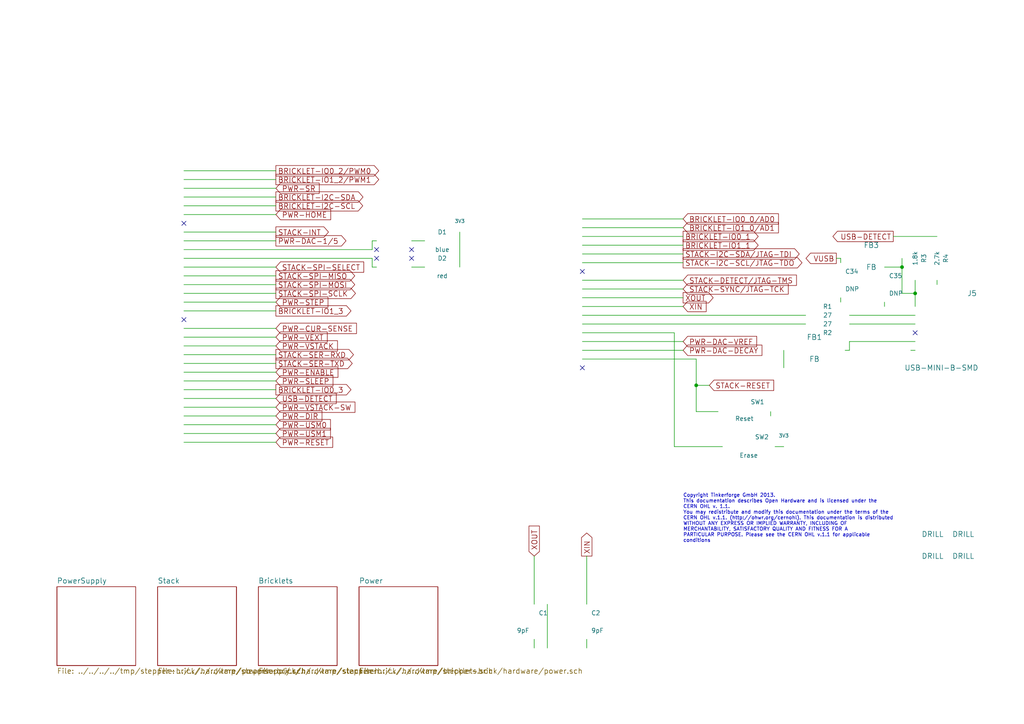
<source format=kicad_sch>
(kicad_sch (version 20230121) (generator eeschema)
  (paper "A4")
  (title_block (title "Stepper Brick") (date "5 jul 2013") (rev "1.2") (company "Tinkerforge GmbH") (comment 1 "Licensed under CERN OHL v.1.1") (comment 2 "Copyright (©) 2013, B.Nordmeyer <bastian@tinkerforge.com>"))
  (lib_symbols)
  (junction (at 265.43 85.09))
  (junction (at 261.62 77.47))
  (junction (at 201.93 111.76))
  (no_connect (at 53.34 64.77))
  (no_connect (at 168.91 106.68))
  (no_connect (at 53.34 92.71))
  (no_connect (at 119.38 72.39))
  (no_connect (at 109.22 74.93))
  (no_connect (at 265.43 96.52))
  (no_connect (at 119.38 74.93))
  (no_connect (at 109.22 72.39))
  (no_connect (at 168.91 78.74))
  (wire (pts (xy 53.34 87.63) (xy 80.01 87.63)))
  (wire (pts (xy 261.62 77.47) (xy 261.62 74.93)))
  (wire (pts (xy 107.95 74.93) (xy 107.95 77.47)))
  (wire (pts (xy 170.18 187.96) (xy 170.18 185.42)))
  (wire (pts (xy 154.94 187.96) (xy 154.94 185.42)))
  (wire (pts (xy 195.58 96.52) (xy 195.58 129.54)))
  (wire (pts (xy 168.91 86.36) (xy 198.12 86.36)))
  (wire (pts (xy 53.34 95.25) (xy 80.01 95.25)))
  (wire (pts (xy 168.91 76.2) (xy 198.12 76.2)))
  (wire (pts (xy 53.34 125.73) (xy 80.01 125.73)))
  (wire (pts (xy 53.34 115.57) (xy 80.01 115.57)))
  (wire (pts (xy 80.01 69.85) (xy 53.34 69.85)))
  (wire (pts (xy 53.34 90.17) (xy 80.01 90.17)))
  (wire (pts (xy 198.12 83.82) (xy 168.91 83.82)))
  (wire (pts (xy 168.91 96.52) (xy 195.58 96.52)))
  (wire (pts (xy 168.91 63.5) (xy 198.12 63.5)))
  (wire (pts (xy 168.91 88.9) (xy 198.12 88.9)))
  (wire (pts (xy 154.94 161.29) (xy 154.94 175.26)))
  (wire (pts (xy 53.34 97.79) (xy 80.01 97.79)))
  (wire (pts (xy 53.34 123.19) (xy 80.01 123.19)))
  (wire (pts (xy 53.34 107.95) (xy 80.01 107.95)))
  (wire (pts (xy 208.28 119.38) (xy 201.93 119.38)))
  (wire (pts (xy 223.52 120.65) (xy 223.52 119.38)))
  (wire (pts (xy 261.62 77.47) (xy 256.54 77.47)))
  (wire (pts (xy 198.12 81.28) (xy 168.91 81.28)))
  (wire (pts (xy 53.34 80.01) (xy 80.01 80.01)))
  (wire (pts (xy 158.75 187.96) (xy 158.75 175.26)))
  (wire (pts (xy 168.91 101.6) (xy 198.12 101.6)))
  (wire (pts (xy 265.43 93.98) (xy 246.38 93.98)))
  (wire (pts (xy 53.34 128.27) (xy 80.01 128.27)))
  (wire (pts (xy 119.38 77.47) (xy 123.19 77.47)))
  (wire (pts (xy 168.91 71.12) (xy 198.12 71.12)))
  (wire (pts (xy 265.43 81.28) (xy 265.43 85.09)))
  (wire (pts (xy 168.91 99.06) (xy 198.12 99.06)))
  (wire (pts (xy 119.38 69.85) (xy 123.19 69.85)))
  (wire (pts (xy 168.91 68.58) (xy 198.12 68.58)))
  (wire (pts (xy 205.74 111.76) (xy 201.93 111.76)))
  (wire (pts (xy 53.34 67.31) (xy 80.01 67.31)))
  (wire (pts (xy 233.68 91.44) (xy 168.91 91.44)))
  (wire (pts (xy 201.93 104.14) (xy 168.91 104.14)))
  (wire (pts (xy 53.34 72.39) (xy 107.95 72.39)))
  (wire (pts (xy 265.43 85.09) (xy 261.62 85.09)))
  (wire (pts (xy 259.08 68.58) (xy 271.78 68.58)))
  (wire (pts (xy 109.22 69.85) (xy 107.95 69.85)))
  (wire (pts (xy 53.34 54.61) (xy 80.01 54.61)))
  (wire (pts (xy 168.91 73.66) (xy 198.12 73.66)))
  (wire (pts (xy 53.34 118.11) (xy 80.01 118.11)))
  (wire (pts (xy 227.33 106.68) (xy 227.33 101.6)))
  (wire (pts (xy 233.68 93.98) (xy 168.91 93.98)))
  (wire (pts (xy 133.35 67.31) (xy 133.35 77.47)))
  (wire (pts (xy 243.84 74.93) (xy 242.57 74.93)))
  (wire (pts (xy 224.79 129.54) (xy 227.33 129.54)))
  (wire (pts (xy 107.95 72.39) (xy 107.95 69.85)))
  (wire (pts (xy 53.34 82.55) (xy 80.01 82.55)))
  (wire (pts (xy 53.34 110.49) (xy 80.01 110.49)))
  (wire (pts (xy 246.38 99.06) (xy 246.38 101.6)))
  (wire (pts (xy 168.91 66.04) (xy 198.12 66.04)))
  (wire (pts (xy 271.78 82.55) (xy 271.78 81.28)))
  (wire (pts (xy 53.34 62.23) (xy 80.01 62.23)))
  (wire (pts (xy 265.43 85.09) (xy 265.43 88.9)))
  (wire (pts (xy 53.34 77.47) (xy 80.01 77.47)))
  (wire (pts (xy 53.34 113.03) (xy 80.01 113.03)))
  (wire (pts (xy 256.54 88.9) (xy 256.54 87.63)))
  (wire (pts (xy 261.62 85.09) (xy 261.62 77.47)))
  (wire (pts (xy 53.34 52.07) (xy 80.01 52.07)))
  (wire (pts (xy 107.95 77.47) (xy 109.22 77.47)))
  (wire (pts (xy 107.95 74.93) (xy 53.34 74.93)))
  (wire (pts (xy 170.18 161.29) (xy 170.18 175.26)))
  (wire (pts (xy 201.93 111.76) (xy 201.93 104.14)))
  (wire (pts (xy 264.16 101.6) (xy 265.43 101.6)))
  (wire (pts (xy 53.34 85.09) (xy 80.01 85.09)))
  (wire (pts (xy 53.34 49.53) (xy 80.01 49.53)))
  (wire (pts (xy 246.38 91.44) (xy 265.43 91.44)))
  (wire (pts (xy 80.01 102.87) (xy 53.34 102.87)))
  (wire (pts (xy 201.93 119.38) (xy 201.93 111.76)))
  (wire (pts (xy 209.55 129.54) (xy 195.58 129.54)))
  (wire (pts (xy 53.34 57.15) (xy 80.01 57.15)))
  (wire (pts (xy 53.34 120.65) (xy 80.01 120.65)))
  (wire (pts (xy 243.84 87.63) (xy 243.84 86.36)))
  (wire (pts (xy 53.34 100.33) (xy 80.01 100.33)))
  (wire (pts (xy 53.34 105.41) (xy 80.01 105.41)))
  (wire (pts (xy 246.38 99.06) (xy 265.43 99.06)))
  (wire (pts (xy 53.34 59.69) (xy 80.01 59.69)))
  (wire (pts (xy 246.38 101.6) (xy 245.11 101.6)))
  (wire (pts (xy 243.84 76.2) (xy 243.84 74.93)))
  (text "Copyright Tinkerforge GmbH 2013.\nThis documentation describes Open Hardware and is licensed under the\nCERN OHL v. 1.1.\nYou may redistribute and modify this documentation under the terms of the\nCERN OHL v.1.1. (http://ohwr.org/cernohl). This documentation is distributed\nWITHOUT ANY EXPRESS OR IMPLIED WARRANTY, INCLUDING OF\nMERCHANTABILITY, SATISFACTORY QUALITY AND FITNESS FOR A\nPARTICULAR PURPOSE. Please see the CERN OHL v.1.1 for applicable\nconditions\n" (at 198.12 157.48 0) (effects (font (size 1.016 1.016)) (justify left bottom)))
  (global_label "PWR-DAC-1/5" (shape output) (at 80.01 69.85 0) (effects (font (size 1.524 1.524))) (property "Intersheetrefs" "${INTERSHEET_REFS}" (effects hide)))
  (global_label "PWR-ENABLE" (shape input) (at 80.01 107.95 0) (effects (font (size 1.524 1.524))) (property "Intersheetrefs" "${INTERSHEET_REFS}" (effects hide)))
  (global_label "BRICKLET-IO0_3" (shape output) (at 80.01 113.03 0) (effects (font (size 1.524 1.524))) (property "Intersheetrefs" "${INTERSHEET_REFS}" (effects hide)))
  (global_label "XOUT" (shape output) (at 198.12 86.36 0) (effects (font (size 1.524 1.524))) (property "Intersheetrefs" "${INTERSHEET_REFS}" (effects hide)))
  (global_label "BRICKLET-IO1_2/PWM1" (shape output) (at 80.01 52.07 0) (effects (font (size 1.524 1.524))) (property "Intersheetrefs" "${INTERSHEET_REFS}" (effects hide)))
  (global_label "XIN" (shape input) (at 198.12 88.9 0) (effects (font (size 1.524 1.524))) (property "Intersheetrefs" "${INTERSHEET_REFS}" (effects hide)))
  (global_label "PWR-RESET" (shape input) (at 80.01 128.27 0) (effects (font (size 1.524 1.524))) (property "Intersheetrefs" "${INTERSHEET_REFS}" (effects hide)))
  (global_label "PWR-USM0" (shape input) (at 80.01 123.19 0) (effects (font (size 1.524 1.524))) (property "Intersheetrefs" "${INTERSHEET_REFS}" (effects hide)))
  (global_label "STACK-SPI-MOSI" (shape output) (at 80.01 82.55 0) (effects (font (size 1.524 1.524))) (property "Intersheetrefs" "${INTERSHEET_REFS}" (effects hide)))
  (global_label "STACK-DETECT/JTAG-TMS" (shape input) (at 198.12 81.28 0) (effects (font (size 1.524 1.524))) (property "Intersheetrefs" "${INTERSHEET_REFS}" (effects hide)))
  (global_label "PWR-VEXT" (shape input) (at 80.01 97.79 0) (effects (font (size 1.524 1.524))) (property "Intersheetrefs" "${INTERSHEET_REFS}" (effects hide)))
  (global_label "BRICKLET-IO1_0/AD1" (shape input) (at 198.12 66.04 0) (effects (font (size 1.524 1.524))) (property "Intersheetrefs" "${INTERSHEET_REFS}" (effects hide)))
  (global_label "BRICKLET-I2C-SDA" (shape output) (at 80.01 57.15 0) (effects (font (size 1.524 1.524))) (property "Intersheetrefs" "${INTERSHEET_REFS}" (effects hide)))
  (global_label "USB-DETECT" (shape input) (at 80.01 115.57 0) (effects (font (size 1.524 1.524))) (property "Intersheetrefs" "${INTERSHEET_REFS}" (effects hide)))
  (global_label "PWR-SLEEP" (shape input) (at 80.01 110.49 0) (effects (font (size 1.524 1.524))) (property "Intersheetrefs" "${INTERSHEET_REFS}" (effects hide)))
  (global_label "PWR-USM1" (shape input) (at 80.01 125.73 0) (effects (font (size 1.524 1.524))) (property "Intersheetrefs" "${INTERSHEET_REFS}" (effects hide)))
  (global_label "XOUT" (shape input) (at 154.94 161.29 90) (effects (font (size 1.524 1.524))) (property "Intersheetrefs" "${INTERSHEET_REFS}" (effects hide)))
  (global_label "BRICKLET-IO1_1" (shape output) (at 198.12 71.12 0) (effects (font (size 1.524 1.524))) (property "Intersheetrefs" "${INTERSHEET_REFS}" (effects hide)))
  (global_label "PWR-VSTACK" (shape input) (at 80.01 100.33 0) (effects (font (size 1.524 1.524))) (property "Intersheetrefs" "${INTERSHEET_REFS}" (effects hide)))
  (global_label "PWR-STEP" (shape input) (at 80.01 87.63 0) (effects (font (size 1.524 1.524))) (property "Intersheetrefs" "${INTERSHEET_REFS}" (effects hide)))
  (global_label "BRICKLET-IO0_1" (shape output) (at 198.12 68.58 0) (effects (font (size 1.524 1.524))) (property "Intersheetrefs" "${INTERSHEET_REFS}" (effects hide)))
  (global_label "BRICKLET-I2C-SCL" (shape output) (at 80.01 59.69 0) (effects (font (size 1.524 1.524))) (property "Intersheetrefs" "${INTERSHEET_REFS}" (effects hide)))
  (global_label "VUSB" (shape output) (at 242.57 74.93 180) (effects (font (size 1.524 1.524))) (property "Intersheetrefs" "${INTERSHEET_REFS}" (effects hide)))
  (global_label "STACK-INT" (shape output) (at 80.01 67.31 0) (effects (font (size 1.524 1.524))) (property "Intersheetrefs" "${INTERSHEET_REFS}" (effects hide)))
  (global_label "STACK-I2C-SCL/JTAG-TDO" (shape output) (at 198.12 76.2 0) (effects (font (size 1.524 1.524))) (property "Intersheetrefs" "${INTERSHEET_REFS}" (effects hide)))
  (global_label "STACK-RESET" (shape input) (at 205.74 111.76 0) (effects (font (size 1.524 1.524))) (property "Intersheetrefs" "${INTERSHEET_REFS}" (effects hide)))
  (global_label "STACK-SPI-SCLK" (shape output) (at 80.01 85.09 0) (effects (font (size 1.524 1.524))) (property "Intersheetrefs" "${INTERSHEET_REFS}" (effects hide)))
  (global_label "PWR-DIR" (shape input) (at 80.01 120.65 0) (effects (font (size 1.524 1.524))) (property "Intersheetrefs" "${INTERSHEET_REFS}" (effects hide)))
  (global_label "BRICKLET-IO1_3" (shape output) (at 80.01 90.17 0) (effects (font (size 1.524 1.524))) (property "Intersheetrefs" "${INTERSHEET_REFS}" (effects hide)))
  (global_label "STACK-SER-TXD" (shape output) (at 80.01 105.41 0) (effects (font (size 1.524 1.524))) (property "Intersheetrefs" "${INTERSHEET_REFS}" (effects hide)))
  (global_label "BRICKLET-IO0_2/PWM0" (shape output) (at 80.01 49.53 0) (effects (font (size 1.524 1.524))) (property "Intersheetrefs" "${INTERSHEET_REFS}" (effects hide)))
  (global_label "PWR-SR" (shape input) (at 80.01 54.61 0) (effects (font (size 1.524 1.524))) (property "Intersheetrefs" "${INTERSHEET_REFS}" (effects hide)))
  (global_label "USB-DETECT" (shape output) (at 259.08 68.58 180) (effects (font (size 1.524 1.524))) (property "Intersheetrefs" "${INTERSHEET_REFS}" (effects hide)))
  (global_label "PWR-DAC-VREF" (shape input) (at 198.12 99.06 0) (effects (font (size 1.524 1.524))) (property "Intersheetrefs" "${INTERSHEET_REFS}" (effects hide)))
  (global_label "STACK-SER-RXD" (shape output) (at 80.01 102.87 0) (effects (font (size 1.524 1.524))) (property "Intersheetrefs" "${INTERSHEET_REFS}" (effects hide)))
  (global_label "PWR-CUR-SENSE" (shape input) (at 80.01 95.25 0) (effects (font (size 1.524 1.524))) (property "Intersheetrefs" "${INTERSHEET_REFS}" (effects hide)))
  (global_label "XIN" (shape output) (at 170.18 161.29 90) (effects (font (size 1.524 1.524))) (property "Intersheetrefs" "${INTERSHEET_REFS}" (effects hide)))
  (global_label "STACK-I2C-SDA/JTAG-TDI" (shape output) (at 198.12 73.66 0) (effects (font (size 1.524 1.524))) (property "Intersheetrefs" "${INTERSHEET_REFS}" (effects hide)))
  (global_label "PWR-HOME" (shape input) (at 80.01 62.23 0) (effects (font (size 1.524 1.524))) (property "Intersheetrefs" "${INTERSHEET_REFS}" (effects hide)))
  (global_label "BRICKLET-IO0_0/AD0" (shape input) (at 198.12 63.5 0) (effects (font (size 1.524 1.524))) (property "Intersheetrefs" "${INTERSHEET_REFS}" (effects hide)))
  (global_label "STACK-SPI-MISO" (shape output) (at 80.01 80.01 0) (effects (font (size 1.524 1.524))) (property "Intersheetrefs" "${INTERSHEET_REFS}" (effects hide)))
  (global_label "STACK-SYNC/JTAG-TCK" (shape input) (at 198.12 83.82 0) (effects (font (size 1.524 1.524))) (property "Intersheetrefs" "${INTERSHEET_REFS}" (effects hide)))
  (global_label "STACK-SPI-SELECT" (shape input) (at 80.01 77.47 0) (effects (font (size 1.524 1.524))) (property "Intersheetrefs" "${INTERSHEET_REFS}" (effects hide)))
  (global_label "PWR-DAC-DECAY" (shape input) (at 198.12 101.6 0) (effects (font (size 1.524 1.524))) (property "Intersheetrefs" "${INTERSHEET_REFS}" (effects hide)))
  (global_label "PWR-VSTACK-SW" (shape input) (at 80.01 118.11 0) (effects (font (size 1.524 1.524))) (property "Intersheetrefs" "${INTERSHEET_REFS}" (effects hide)))
  (symbol (lib_id "TACT-SWITCH") (at 217.17 129.54 0) (unit 1)
    (property "Reference" "SW2" (at 220.98 126.746 0))
    (property "Value" "Erase" (at 217.17 132.08 0))
    (property "Footprint" "TACT-SWITCH" (effects hide))
  )
  (symbol (lib_id "TACT-SWITCH") (at 215.9 119.38 0) (unit 1)
    (property "Reference" "SW1" (at 219.71 116.586 0))
    (property "Value" "Reset" (at 215.9 121.412 0))
    (property "Footprint" "TACT-SWITCH" (effects hide))
  )
  (symbol (lib_id "USB-MINI-B-SMD") (at 281.94 95.25 0) (unit 1)
    (property "Reference" "J5" (at 281.94 85.09 0) (effects (font (size 1.524 1.524))))
    (property "Value" "USB-MINI-B-SMD" (at 273.05 106.68 0) (effects (font (size 1.524 1.524))))
    (property "Footprint" "USB-MINI-B-SMD" (effects hide))
  )
  (symbol (lib_id "LED") (at 128.27 77.47 0) (mirror y) (unit 1)
    (property "Reference" "D2" (at 128.27 74.93 0))
    (property "Value" "red" (at 128.27 80.01 0))
    (property "Footprint" "D0603" (effects hide))
  )
  (symbol (lib_id "LED") (at 128.27 69.85 0) (mirror y) (unit 1)
    (property "Reference" "D1" (at 128.27 67.31 0))
    (property "Value" "blue" (at 128.27 72.39 0))
    (property "Footprint" "D0603" (effects hide))
  )
  (symbol (lib_id "FILTER") (at 252.73 74.93 0) (unit 1)
    (property "Reference" "FB3" (at 252.73 71.12 0) (effects (font (size 1.524 1.524))))
    (property "Value" "FB" (at 252.73 77.47 0) (effects (font (size 1.524 1.524))))
    (property "Footprint" "C0603" (effects hide))
  )
  (symbol (lib_id "FILTER") (at 236.22 101.6 0) (unit 1)
    (property "Reference" "FB1" (at 236.22 97.79 0) (effects (font (size 1.524 1.524))))
    (property "Value" "FB" (at 236.22 104.14 0) (effects (font (size 1.524 1.524))))
    (property "Footprint" "C0603" (effects hide))
  )
  (symbol (lib_id "GND") (at 227.33 106.68 0) (unit 1)
    (property "Reference" "#PWR08" (effects hide))
    (property "Value" "GND" (effects hide))
  )
  (symbol (lib_id "R") (at 240.03 91.44 270) (unit 1)
    (property "Reference" "R1" (at 240.03 88.9 90))
    (property "Value" "27" (at 240.03 91.44 90))
    (property "Footprint" "R0402" (effects hide))
  )
  (symbol (lib_id "R") (at 240.03 93.98 270) (unit 1)
    (property "Reference" "R2" (at 240.03 96.52 90))
    (property "Value" "27" (at 240.03 93.98 90))
    (property "Footprint" "R0402" (effects hide))
  )
  (symbol (lib_id "DRILL") (at 279.4 154.94 0) (unit 1)
    (property "Reference" "J3" (effects hide))
    (property "Value" "DRILL" (at 279.4 154.94 0) (effects (font (size 1.524 1.524))))
    (property "Footprint" "DRILL_NP" (effects hide))
  )
  (symbol (lib_id "DRILL") (at 279.4 161.29 0) (unit 1)
    (property "Reference" "J4" (effects hide))
    (property "Value" "DRILL" (at 279.4 161.29 0) (effects (font (size 1.524 1.524))))
    (property "Footprint" "DRILL_NP" (effects hide))
  )
  (symbol (lib_id "GND") (at 223.52 120.65 0) (unit 1)
    (property "Reference" "#PWR07" (effects hide))
    (property "Value" "GND" (effects hide))
  )
  (symbol (lib_id "3V3") (at 227.33 129.54 0) (unit 1)
    (property "Reference" "#PWR06" (effects hide))
    (property "Value" "3V3" (at 227.33 126.365 0) (effects (font (size 1.016 1.016))))
  )
  (symbol (lib_id "FILTER") (at 255.27 101.6 0) (unit 1)
    (property "Reference" "FB2" (at 255.27 97.79 0) (effects (font (size 1.524 1.524))))
    (property "Value" "FB" (at 255.27 104.14 0) (effects (font (size 1.524 1.524))))
    (property "Footprint" "C0603" (effects hide))
  )
  (symbol (lib_id "AT91SAM3SXB") (at 24.13 46.99 0) (unit 1)
    (property "Reference" "U1" (at 25.4 45.72 0) (effects (font (size 1.524 1.524))))
    (property "Value" "AT91SAM3SXB" (at 39.37 45.72 0) (effects (font (size 1.524 1.524))))
    (property "Footprint" "LQFP64" (effects hide))
  )
  (symbol (lib_id "R") (at 265.43 74.93 180) (unit 1)
    (property "Reference" "R3" (at 267.97 74.93 90))
    (property "Value" "1.8k" (at 265.43 74.93 90))
    (property "Footprint" "R0402" (effects hide))
  )
  (symbol (lib_id "R") (at 271.78 74.93 180) (unit 1)
    (property "Reference" "R4" (at 274.32 74.93 90))
    (property "Value" "2.7k" (at 271.78 74.93 90))
    (property "Footprint" "R0402" (effects hide))
  )
  (symbol (lib_id "GND") (at 271.78 82.55 0) (unit 1)
    (property "Reference" "#PWR05" (effects hide))
    (property "Value" "GND" (effects hide))
  )
  (symbol (lib_id "AT91SAM3SXB") (at 144.78 60.96 0) (unit 2)
    (property "Reference" "U1" (at 146.05 59.69 0) (effects (font (size 1.524 1.524))))
    (property "Value" "AT91SAM3SXB" (at 160.02 59.69 0) (effects (font (size 1.524 1.524))))
    (property "Footprint" "LQFP64" (effects hide))
  )
  (symbol (lib_id "3V3") (at 133.35 67.31 0) (mirror y) (unit 1)
    (property "Reference" "#PWR04" (effects hide))
    (property "Value" "3V3" (at 133.35 64.135 0) (effects (font (size 1.016 1.016))))
  )
  (symbol (lib_id "C") (at 154.94 180.34 0) (unit 1)
    (property "Reference" "C1" (at 156.21 177.8 0) (effects (justify left)))
    (property "Value" "9pF" (at 149.86 182.88 0) (effects (justify left)))
    (property "Footprint" "C0402" (effects hide))
  )
  (symbol (lib_id "C") (at 170.18 180.34 0) (unit 1)
    (property "Reference" "C2" (at 171.45 177.8 0) (effects (justify left)))
    (property "Value" "9pF" (at 171.45 182.88 0) (effects (justify left)))
    (property "Footprint" "C0402" (effects hide))
  )
  (symbol (lib_id "GND") (at 154.94 187.96 0) (unit 1)
    (property "Reference" "#PWR03" (effects hide))
    (property "Value" "GND" (effects hide))
  )
  (symbol (lib_id "GND") (at 170.18 187.96 0) (unit 1)
    (property "Reference" "#PWR02" (effects hide))
    (property "Value" "GND" (effects hide))
  )
  (symbol (lib_id "GND") (at 158.75 187.96 0) (unit 1)
    (property "Reference" "#PWR01" (effects hide))
    (property "Value" "GND" (effects hide))
  )
  (symbol (lib_id "CRYSTAL_3225") (at 162.56 167.64 0) (unit 1)
    (property "Reference" "X1" (at 160.02 161.29 0) (effects (font (size 1.524 1.524))))
    (property "Value" "16Mhz" (at 163.83 173.99 0) (effects (font (size 1.524 1.524))))
    (property "Footprint" "CRYSTAL_3225" (effects hide))
  )
  (symbol (lib_id "DRILL") (at 270.51 154.94 0) (unit 1)
    (property "Reference" "J1" (effects hide))
    (property "Value" "DRILL" (at 270.51 154.94 0) (effects (font (size 1.524 1.524))))
    (property "Footprint" "DRILL_NP" (effects hide))
  )
  (symbol (lib_id "DRILL") (at 270.51 161.29 0) (unit 1)
    (property "Reference" "J2" (effects hide))
    (property "Value" "DRILL" (at 270.51 161.29 0) (effects (font (size 1.524 1.524))))
    (property "Footprint" "DRILL_NP" (effects hide))
  )
  (symbol (lib_id "R_PACK4") (at 114.3 78.74 0) (mirror y) (unit 1)
    (property "Reference" "RP1" (at 114.3 67.31 0) (effects (font (size 1.016 1.016))))
    (property "Value" "1k" (at 114.3 80.01 0) (effects (font (size 1.016 1.016))))
    (property "Footprint" "4X0603" (effects hide))
  )
  (symbol (lib_id "C") (at 243.84 81.28 0) (unit 1)
    (property "Reference" "C34" (at 245.11 78.74 0) (effects (justify left)))
    (property "Value" "DNP" (at 245.11 83.82 0) (effects (justify left)))
    (property "Footprint" "C0603" (effects hide))
  )
  (symbol (lib_id "C") (at 256.54 82.55 0) (unit 1)
    (property "Reference" "C35" (at 257.81 80.01 0) (effects (justify left)))
    (property "Value" "DNP" (at 257.81 85.09 0) (effects (justify left)))
    (property "Footprint" "C0603" (effects hide))
  )
  (symbol (lib_id "GND") (at 243.84 87.63 0) (unit 1)
    (property "Reference" "#PWR09" (effects hide))
    (property "Value" "GND" (effects hide))
  )
  (symbol (lib_id "GND") (at 256.54 88.9 0) (unit 1)
    (property "Reference" "#PWR010" (effects hide))
    (property "Value" "GND" (effects hide))
  )
  (sheet (at 16.51 170.18) (size 22.86 22.86)
    (property "Sheetname" "PowerSupply" (at 16.51 169.3414 0) (effects (font (size 1.524 1.524)) (justify left bottom)))
    (property "Sheetfile" "../../../../tmp/stepper-brick/hardware/powersupply.sch" (at 16.51 193.7262 0) (effects (font (size 1.524 1.524)) (justify left top)))
  )
  (sheet (at 45.72 170.18) (size 22.86 22.86)
    (property "Sheetname" "Stack" (at 45.72 169.3414 0) (effects (font (size 1.524 1.524)) (justify left bottom)))
    (property "Sheetfile" "../../../../tmp/stepper-brick/hardware/stack.sch" (at 45.72 193.7262 0) (effects (font (size 1.524 1.524)) (justify left top)))
  )
  (sheet (at 74.93 170.18) (size 22.86 22.86)
    (property "Sheetname" "Bricklets" (at 74.93 169.3414 0) (effects (font (size 1.524 1.524)) (justify left bottom)))
    (property "Sheetfile" "../../../../tmp/stepper-brick/hardware/bricklets.sch" (at 74.93 193.7262 0) (effects (font (size 1.524 1.524)) (justify left top)))
  )
  (sheet (at 104.14 170.18) (size 22.86 22.86)
    (property "Sheetname" "Power" (at 104.14 169.3414 0) (effects (font (size 1.524 1.524)) (justify left bottom)))
    (property "Sheetfile" "../../../../tmp/stepper-brick/hardware/power.sch" (at 104.14 193.7262 0) (effects (font (size 1.524 1.524)) (justify left top)))
  )
)
</source>
